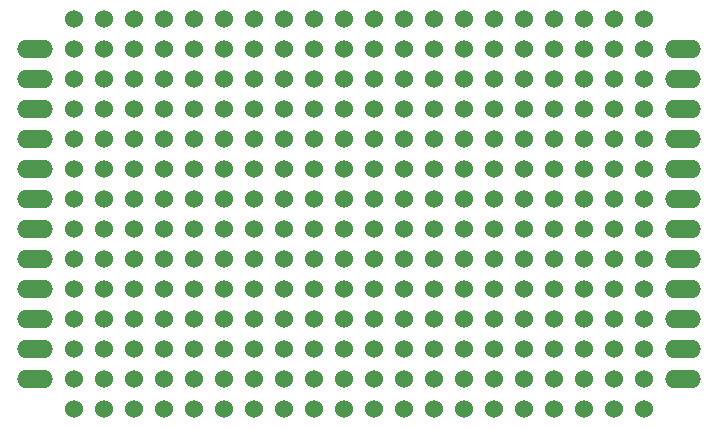
<source format=gbr>
%TF.GenerationSoftware,KiCad,Pcbnew,9.0.1*%
%TF.CreationDate,2025-05-06T23:49:06-04:00*%
%TF.ProjectId,classic-protoboard_14x20,636c6173-7369-4632-9d70-726f746f626f,rev?*%
%TF.SameCoordinates,Original*%
%TF.FileFunction,Copper,L2,Bot*%
%TF.FilePolarity,Positive*%
%FSLAX46Y46*%
G04 Gerber Fmt 4.6, Leading zero omitted, Abs format (unit mm)*
G04 Created by KiCad (PCBNEW 9.0.1) date 2025-05-06 23:49:06*
%MOMM*%
%LPD*%
G01*
G04 APERTURE LIST*
%TA.AperFunction,SMDPad,CuDef*%
%ADD10O,3.048000X1.524000*%
%TD*%
%TA.AperFunction,ViaPad*%
%ADD11C,1.524000*%
%TD*%
G04 APERTURE END LIST*
D10*
%TO.P,REF\u002A\u002A,1*%
%TO.N,N/C*%
X116720000Y-89990000D03*
%TD*%
%TO.P,REF\u002A\u002A,1*%
%TO.N,N/C*%
X116720000Y-97610000D03*
%TD*%
%TO.P,REF\u002A\u002A,1*%
%TO.N,N/C*%
X116720000Y-100150000D03*
%TD*%
%TO.P,REF\u002A\u002A,1*%
%TO.N,N/C*%
X171580000Y-105230000D03*
%TD*%
%TO.P,REF\u002A\u002A,1*%
%TO.N,N/C*%
X171580000Y-97610000D03*
%TD*%
%TO.P,REF\u002A\u002A,1*%
%TO.N,N/C*%
X116720000Y-87450000D03*
%TD*%
%TO.P,REF\u002A\u002A,1*%
%TO.N,N/C*%
X116720000Y-95070000D03*
%TD*%
%TO.P,REF\u002A\u002A,1*%
%TO.N,N/C*%
X171580000Y-82370000D03*
%TD*%
%TO.P,REF\u002A\u002A,1*%
%TO.N,N/C*%
X171580000Y-89990000D03*
%TD*%
%TO.P,REF\u002A\u002A,1*%
%TO.N,N/C*%
X116720000Y-105230000D03*
%TD*%
%TO.P,REF\u002A\u002A,1*%
%TO.N,N/C*%
X171580000Y-92530000D03*
%TD*%
%TO.P,REF\u002A\u002A,1*%
%TO.N,N/C*%
X171580000Y-107770000D03*
%TD*%
%TO.P,REF\u002A\u002A,1*%
%TO.N,N/C*%
X171580000Y-84910000D03*
%TD*%
%TO.P,REF\u002A\u002A,1*%
%TO.N,N/C*%
X116720000Y-84910000D03*
%TD*%
%TO.P,REF\u002A\u002A,1*%
%TO.N,N/C*%
X116720000Y-82370000D03*
%TD*%
%TO.P,REF\u002A\u002A,1*%
%TO.N,N/C*%
X171580000Y-110310000D03*
%TD*%
%TO.P,REF\u002A\u002A,1*%
%TO.N,N/C*%
X116720000Y-92530000D03*
%TD*%
%TO.P,REF\u002A\u002A,1*%
%TO.N,N/C*%
X116720000Y-102690000D03*
%TD*%
%TO.P,REF\u002A\u002A,1*%
%TO.N,N/C*%
X171580000Y-95070000D03*
%TD*%
%TO.P,REF\u002A\u002A,1*%
%TO.N,N/C*%
X171580000Y-87450000D03*
%TD*%
%TO.P,REF\u002A\u002A,1*%
%TO.N,N/C*%
X171580000Y-100150000D03*
%TD*%
%TO.P,REF\u002A\u002A,1*%
%TO.N,N/C*%
X116720000Y-110310000D03*
%TD*%
%TO.P,REF\u002A\u002A,1*%
%TO.N,N/C*%
X171580000Y-102690000D03*
%TD*%
%TO.P,REF\u002A\u002A,1*%
%TO.N,N/C*%
X116720000Y-107770000D03*
%TD*%
D11*
%TO.N,*%
X120020000Y-79830000D03*
X122560000Y-79830000D03*
X125100000Y-79830000D03*
X127640000Y-79830000D03*
X130180000Y-79830000D03*
X132720000Y-79830000D03*
X135260000Y-79830000D03*
X137800000Y-79830000D03*
X140340000Y-79830000D03*
X142880000Y-79830000D03*
X145420000Y-79830000D03*
X147960000Y-79830000D03*
X150500000Y-79830000D03*
X155580000Y-79830000D03*
X158120000Y-79830000D03*
X160660000Y-79830000D03*
X163200000Y-79830000D03*
X165740000Y-79830000D03*
X168280000Y-79830000D03*
X120020000Y-82370000D03*
X122560000Y-82370000D03*
X125100000Y-82370000D03*
X127640000Y-82370000D03*
X130180000Y-82370000D03*
X132720000Y-82370000D03*
X135260000Y-82370000D03*
X137800000Y-82370000D03*
X140340000Y-82370000D03*
X142880000Y-82370000D03*
X145420000Y-82370000D03*
X147960000Y-82370000D03*
X150500000Y-82370000D03*
X153040000Y-82370000D03*
X155580000Y-82370000D03*
X158120000Y-82370000D03*
X160660000Y-82370000D03*
X163200000Y-82370000D03*
X165740000Y-82370000D03*
X168280000Y-82370000D03*
X120020000Y-84910000D03*
X122560000Y-84910000D03*
X125100000Y-84910000D03*
X130180000Y-84910000D03*
X132720000Y-84910000D03*
X135260000Y-84910000D03*
X137800000Y-84910000D03*
X140340000Y-84910000D03*
X142880000Y-84910000D03*
X145420000Y-84910000D03*
X147960000Y-84910000D03*
X153040000Y-84910000D03*
X155580000Y-84910000D03*
X158120000Y-84910000D03*
X163200000Y-84910000D03*
X165740000Y-84910000D03*
X168280000Y-84910000D03*
X120020000Y-87450000D03*
X122560000Y-87450000D03*
X127640000Y-87450000D03*
X130180000Y-87450000D03*
X132720000Y-87450000D03*
X135260000Y-87450000D03*
X137800000Y-87450000D03*
X140340000Y-87450000D03*
X145420000Y-87450000D03*
X147960000Y-87450000D03*
X150500000Y-87450000D03*
X153040000Y-87450000D03*
X155580000Y-87450000D03*
X158120000Y-87450000D03*
X160660000Y-87450000D03*
X163200000Y-87450000D03*
X165740000Y-87450000D03*
X168280000Y-87450000D03*
X120020000Y-89990000D03*
X122560000Y-89990000D03*
X125100000Y-89990000D03*
X127640000Y-89990000D03*
X130180000Y-89990000D03*
X132720000Y-89990000D03*
X135260000Y-89990000D03*
X137800000Y-89990000D03*
X140340000Y-89990000D03*
X142880000Y-89990000D03*
X145420000Y-89990000D03*
X147960000Y-89990000D03*
X150500000Y-89990000D03*
X155580000Y-89990000D03*
X158120000Y-89990000D03*
X160660000Y-89990000D03*
X163200000Y-89990000D03*
X165740000Y-89990000D03*
X168280000Y-89990000D03*
X120020000Y-92530000D03*
X122560000Y-92530000D03*
X125100000Y-92530000D03*
X127640000Y-92530000D03*
X130180000Y-92530000D03*
X132720000Y-92530000D03*
X135260000Y-92530000D03*
X137800000Y-92530000D03*
X140340000Y-92530000D03*
X142880000Y-92530000D03*
X145420000Y-92530000D03*
X147960000Y-92530000D03*
X150500000Y-92530000D03*
X153040000Y-92530000D03*
X155580000Y-92530000D03*
X158120000Y-92530000D03*
X160660000Y-92530000D03*
X163200000Y-92530000D03*
X168280000Y-92530000D03*
X120020000Y-95070000D03*
X122560000Y-95070000D03*
X125100000Y-95070000D03*
X127640000Y-95070000D03*
X130180000Y-95070000D03*
X132720000Y-95070000D03*
X135260000Y-95070000D03*
X137800000Y-95070000D03*
X140340000Y-95070000D03*
X142880000Y-95070000D03*
X145420000Y-95070000D03*
X147960000Y-95070000D03*
X150500000Y-95070000D03*
X153040000Y-95070000D03*
X158120000Y-95070000D03*
X160660000Y-95070000D03*
X163200000Y-95070000D03*
X165740000Y-95070000D03*
X168280000Y-95070000D03*
X120020000Y-97610000D03*
X122560000Y-97610000D03*
X125100000Y-97610000D03*
X127640000Y-97610000D03*
X130180000Y-97610000D03*
X132720000Y-97610000D03*
X135260000Y-97610000D03*
X137800000Y-97610000D03*
X140340000Y-97610000D03*
X142880000Y-97610000D03*
X145420000Y-97610000D03*
X147960000Y-97610000D03*
X150500000Y-97610000D03*
X153040000Y-97610000D03*
X155580000Y-97610000D03*
X158120000Y-97610000D03*
X160660000Y-97610000D03*
X163200000Y-97610000D03*
X165740000Y-97610000D03*
X120020000Y-100150000D03*
X122560000Y-100150000D03*
X125100000Y-100150000D03*
X130180000Y-100150000D03*
X132720000Y-100150000D03*
X135260000Y-100150000D03*
X137800000Y-100150000D03*
X140340000Y-100150000D03*
X142880000Y-100150000D03*
X145420000Y-100150000D03*
X147960000Y-100150000D03*
X150500000Y-100150000D03*
X153040000Y-100150000D03*
X155580000Y-100150000D03*
X158120000Y-100150000D03*
X160660000Y-100150000D03*
X163200000Y-100150000D03*
X165740000Y-100150000D03*
X168280000Y-100150000D03*
X120020000Y-102690000D03*
X122560000Y-102690000D03*
X125100000Y-102690000D03*
X127640000Y-102690000D03*
X130180000Y-102690000D03*
X132720000Y-102690000D03*
X135260000Y-102690000D03*
X137800000Y-102690000D03*
X140340000Y-102690000D03*
X142880000Y-102690000D03*
X145420000Y-102690000D03*
X147960000Y-102690000D03*
X150500000Y-102690000D03*
X153040000Y-102690000D03*
X155580000Y-102690000D03*
X158120000Y-102690000D03*
X160660000Y-102690000D03*
X163200000Y-102690000D03*
X165740000Y-102690000D03*
X168280000Y-102690000D03*
X120020000Y-105230000D03*
X122560000Y-105230000D03*
X125100000Y-105230000D03*
X127640000Y-105230000D03*
X130180000Y-105230000D03*
X135260000Y-105230000D03*
X137800000Y-105230000D03*
X140340000Y-105230000D03*
X142880000Y-105230000D03*
X145420000Y-105230000D03*
X147960000Y-105230000D03*
X150500000Y-105230000D03*
X153040000Y-105230000D03*
X155580000Y-105230000D03*
X158120000Y-105230000D03*
X160660000Y-105230000D03*
X163200000Y-105230000D03*
X165740000Y-105230000D03*
X168280000Y-105230000D03*
X120020000Y-107770000D03*
X122560000Y-107770000D03*
X125100000Y-107770000D03*
X127640000Y-107770000D03*
X130180000Y-107770000D03*
X132720000Y-107770000D03*
X135260000Y-107770000D03*
X137800000Y-107770000D03*
X140340000Y-107770000D03*
X142880000Y-107770000D03*
X145420000Y-107770000D03*
X147960000Y-107770000D03*
X150500000Y-107770000D03*
X153040000Y-107770000D03*
X155580000Y-107770000D03*
X158120000Y-107770000D03*
X160660000Y-107770000D03*
X163200000Y-107770000D03*
X165740000Y-107770000D03*
X168280000Y-107770000D03*
X120020000Y-110310000D03*
X122560000Y-110310000D03*
X125100000Y-110310000D03*
X127640000Y-110310000D03*
X130180000Y-110310000D03*
X132720000Y-110310000D03*
X135260000Y-110310000D03*
X137800000Y-110310000D03*
X140340000Y-110310000D03*
X142880000Y-110310000D03*
X145420000Y-110310000D03*
X147960000Y-110310000D03*
X153040000Y-110310000D03*
X155580000Y-110310000D03*
X158120000Y-110310000D03*
X160660000Y-110310000D03*
X163200000Y-110310000D03*
X165740000Y-110310000D03*
X168280000Y-110310000D03*
X120020000Y-112850000D03*
X122560000Y-112850000D03*
X125100000Y-112850000D03*
X127640000Y-112850000D03*
X130180000Y-112850000D03*
X132720000Y-112850000D03*
X135260000Y-112850000D03*
X137800000Y-112850000D03*
X140340000Y-112850000D03*
X142880000Y-112850000D03*
X145420000Y-112850000D03*
X147960000Y-112850000D03*
X150500000Y-112850000D03*
X153040000Y-112850000D03*
X155580000Y-112850000D03*
X158120000Y-112850000D03*
X160660000Y-112850000D03*
X163200000Y-112850000D03*
X165740000Y-112850000D03*
X168280000Y-112850000D03*
X168280000Y-97610000D03*
X155580000Y-95070000D03*
X150500000Y-84910000D03*
X127640000Y-100150000D03*
X150500000Y-110310000D03*
X125100000Y-87450000D03*
X127640000Y-84910000D03*
X160660000Y-84910000D03*
X142880000Y-87450000D03*
X153040000Y-89990000D03*
X153040000Y-79830000D03*
X165740000Y-92530000D03*
X132720000Y-105230000D03*
%TD*%
M02*

</source>
